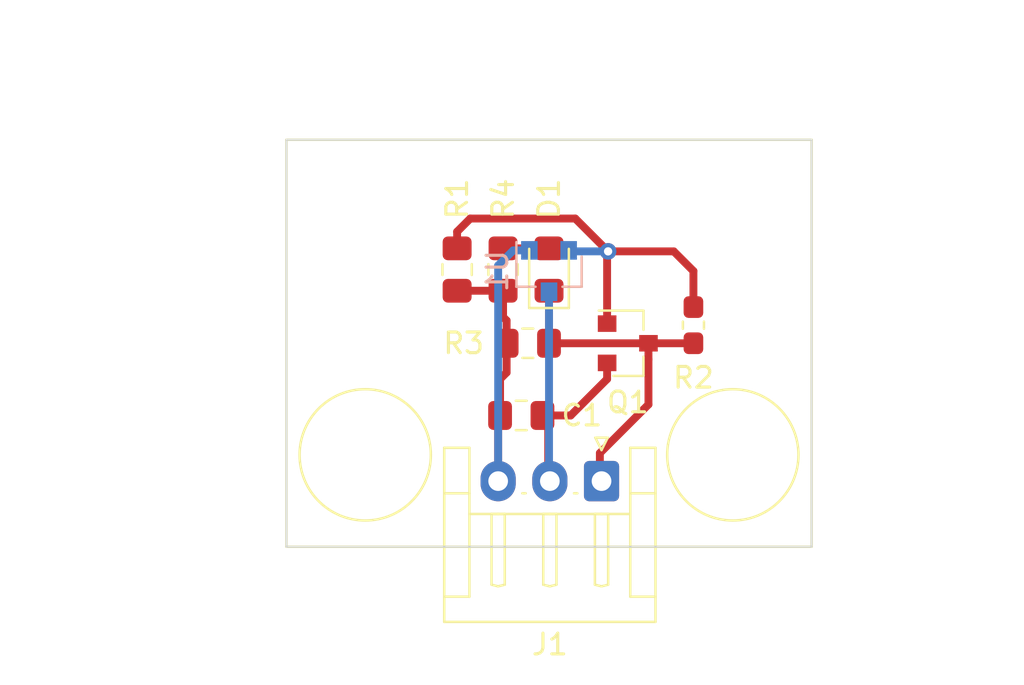
<source format=kicad_pcb>
(kicad_pcb (version 20171130) (host pcbnew "(5.1.4)-1")

  (general
    (thickness 1.6)
    (drawings 24)
    (tracks 39)
    (zones 0)
    (modules 11)
    (nets 6)
  )

  (page A4)
  (layers
    (0 F.Cu signal)
    (31 B.Cu signal)
    (32 B.Adhes user)
    (33 F.Adhes user)
    (34 B.Paste user)
    (35 F.Paste user)
    (36 B.SilkS user)
    (37 F.SilkS user)
    (38 B.Mask user)
    (39 F.Mask user)
    (40 Dwgs.User user)
    (41 Cmts.User user)
    (42 Eco1.User user)
    (43 Eco2.User user)
    (44 Edge.Cuts user)
    (45 Margin user)
    (46 B.CrtYd user)
    (47 F.CrtYd user)
    (48 B.Fab user hide)
    (49 F.Fab user hide)
  )

  (setup
    (last_trace_width 0.25)
    (user_trace_width 0.381)
    (trace_clearance 0.2)
    (zone_clearance 0.508)
    (zone_45_only no)
    (trace_min 0.2)
    (via_size 0.8)
    (via_drill 0.4)
    (via_min_size 0.4)
    (via_min_drill 0.3)
    (user_via 0.889 0.381)
    (uvia_size 0.3)
    (uvia_drill 0.1)
    (uvias_allowed no)
    (uvia_min_size 0.2)
    (uvia_min_drill 0.1)
    (edge_width 0.05)
    (segment_width 0.2)
    (pcb_text_width 0.3)
    (pcb_text_size 1.5 1.5)
    (mod_edge_width 0.12)
    (mod_text_size 1 1)
    (mod_text_width 0.15)
    (pad_size 1.524 1.524)
    (pad_drill 0.762)
    (pad_to_mask_clearance 0.051)
    (solder_mask_min_width 0.25)
    (aux_axis_origin 0 0)
    (grid_origin 133.35 63.5)
    (visible_elements 7FFFFFFF)
    (pcbplotparams
      (layerselection 0x010f0_ffffffff)
      (usegerberextensions false)
      (usegerberattributes false)
      (usegerberadvancedattributes false)
      (creategerberjobfile false)
      (excludeedgelayer true)
      (linewidth 0.100000)
      (plotframeref false)
      (viasonmask false)
      (mode 1)
      (useauxorigin false)
      (hpglpennumber 1)
      (hpglpenspeed 20)
      (hpglpendiameter 15.000000)
      (psnegative false)
      (psa4output false)
      (plotreference true)
      (plotvalue true)
      (plotinvisibletext false)
      (padsonsilk false)
      (subtractmaskfromsilk false)
      (outputformat 3)
      (mirror false)
      (drillshape 2)
      (scaleselection 1)
      (outputdirectory "./"))
  )

  (net 0 "")
  (net 1 GND)
  (net 2 +5V)
  (net 3 /Led+)
  (net 4 /Out)
  (net 5 /SensorOut)

  (net_class Default "This is the default net class."
    (clearance 0.2)
    (trace_width 0.25)
    (via_dia 0.8)
    (via_drill 0.4)
    (uvia_dia 0.3)
    (uvia_drill 0.1)
    (add_net +5V)
    (add_net /Led+)
    (add_net /Out)
    (add_net /SensorOut)
    (add_net GND)
  )

  (module Resistor_SMD:R_0603_1608Metric_Pad1.05x0.95mm_HandSolder (layer F.Cu) (tedit 5B301BBD) (tstamp 5DE4E80C)
    (at 153.035 52.7825 90)
    (descr "Resistor SMD 0603 (1608 Metric), square (rectangular) end terminal, IPC_7351 nominal with elongated pad for handsoldering. (Body size source: http://www.tortai-tech.com/upload/download/2011102023233369053.pdf), generated with kicad-footprint-generator")
    (tags "resistor handsolder")
    (path /5DE484AA)
    (attr smd)
    (fp_text reference R2 (at -2.54 0 180) (layer F.SilkS)
      (effects (font (size 1 1) (thickness 0.15)))
    )
    (fp_text value R (at 0 1.43 90) (layer F.Fab)
      (effects (font (size 1 1) (thickness 0.15)))
    )
    (fp_text user %R (at 0 0 90) (layer F.Fab)
      (effects (font (size 0.4 0.4) (thickness 0.06)))
    )
    (fp_line (start 1.65 0.73) (end -1.65 0.73) (layer F.CrtYd) (width 0.05))
    (fp_line (start 1.65 -0.73) (end 1.65 0.73) (layer F.CrtYd) (width 0.05))
    (fp_line (start -1.65 -0.73) (end 1.65 -0.73) (layer F.CrtYd) (width 0.05))
    (fp_line (start -1.65 0.73) (end -1.65 -0.73) (layer F.CrtYd) (width 0.05))
    (fp_line (start -0.171267 0.51) (end 0.171267 0.51) (layer F.SilkS) (width 0.12))
    (fp_line (start -0.171267 -0.51) (end 0.171267 -0.51) (layer F.SilkS) (width 0.12))
    (fp_line (start 0.8 0.4) (end -0.8 0.4) (layer F.Fab) (width 0.1))
    (fp_line (start 0.8 -0.4) (end 0.8 0.4) (layer F.Fab) (width 0.1))
    (fp_line (start -0.8 -0.4) (end 0.8 -0.4) (layer F.Fab) (width 0.1))
    (fp_line (start -0.8 0.4) (end -0.8 -0.4) (layer F.Fab) (width 0.1))
    (pad 2 smd roundrect (at 0.875 0 90) (size 1.05 0.95) (layers F.Cu F.Paste F.Mask) (roundrect_rratio 0.25)
      (net 5 /SensorOut))
    (pad 1 smd roundrect (at -0.875 0 90) (size 1.05 0.95) (layers F.Cu F.Paste F.Mask) (roundrect_rratio 0.25)
      (net 4 /Out))
    (model ${KISYS3DMOD}/Resistor_SMD.3dshapes/R_0603_1608Metric.wrl
      (at (xyz 0 0 0))
      (scale (xyz 1 1 1))
      (rotate (xyz 0 0 0))
    )
  )

  (module "0-MiscParts:MountingHole _1-8_1-4" (layer F.Cu) (tedit 5D5FAF04) (tstamp 5DE4F0B3)
    (at 154.94 59.055)
    (path /5DE64126)
    (fp_text reference H2 (at 0 2.032) (layer F.Fab)
      (effects (font (size 1 1) (thickness 0.15)))
    )
    (fp_text value MountingHole (at 0 -2.032) (layer F.Fab)
      (effects (font (size 1 1) (thickness 0.15)))
    )
    (fp_circle (center 0 0) (end 3.175 0) (layer F.SilkS) (width 0.12))
    (pad "" np_thru_hole circle (at 0 0) (size 3.175 3.175) (drill 3.175) (layers *.Cu *.Mask))
  )

  (module "0-MiscParts:MountingHole _1-8_1-4" (layer F.Cu) (tedit 5D5FAF04) (tstamp 5DE4F0AD)
    (at 137.16 59.055)
    (path /5DE63B03)
    (fp_text reference H1 (at 0 2.032) (layer F.Fab)
      (effects (font (size 1 1) (thickness 0.15)))
    )
    (fp_text value MountingHole (at 0 -2.032) (layer F.Fab)
      (effects (font (size 1 1) (thickness 0.15)))
    )
    (fp_circle (center 0 0) (end 3.175 0) (layer F.SilkS) (width 0.12))
    (pad "" np_thru_hole circle (at 0 0) (size 3.175 3.175) (drill 3.175) (layers *.Cu *.Mask))
  )

  (module Package_TO_SOT_SMD:SOT-23 (layer B.Cu) (tedit 5A02FF57) (tstamp 5DE4E40D)
    (at 146.05 50.165 270)
    (descr "SOT-23, Standard")
    (tags SOT-23)
    (path /5DE4B14E)
    (attr smd)
    (fp_text reference U1 (at 0 2.5 90) (layer B.SilkS)
      (effects (font (size 1 1) (thickness 0.15)) (justify mirror))
    )
    (fp_text value AH3572 (at 0 -2.5 90) (layer B.Fab)
      (effects (font (size 1 1) (thickness 0.15)) (justify mirror))
    )
    (fp_line (start 0.76 -1.58) (end -0.7 -1.58) (layer B.SilkS) (width 0.12))
    (fp_line (start 0.76 1.58) (end -1.4 1.58) (layer B.SilkS) (width 0.12))
    (fp_line (start -1.7 -1.75) (end -1.7 1.75) (layer B.CrtYd) (width 0.05))
    (fp_line (start 1.7 -1.75) (end -1.7 -1.75) (layer B.CrtYd) (width 0.05))
    (fp_line (start 1.7 1.75) (end 1.7 -1.75) (layer B.CrtYd) (width 0.05))
    (fp_line (start -1.7 1.75) (end 1.7 1.75) (layer B.CrtYd) (width 0.05))
    (fp_line (start 0.76 1.58) (end 0.76 0.65) (layer B.SilkS) (width 0.12))
    (fp_line (start 0.76 -1.58) (end 0.76 -0.65) (layer B.SilkS) (width 0.12))
    (fp_line (start -0.7 -1.52) (end 0.7 -1.52) (layer B.Fab) (width 0.1))
    (fp_line (start 0.7 1.52) (end 0.7 -1.52) (layer B.Fab) (width 0.1))
    (fp_line (start -0.7 0.95) (end -0.15 1.52) (layer B.Fab) (width 0.1))
    (fp_line (start -0.15 1.52) (end 0.7 1.52) (layer B.Fab) (width 0.1))
    (fp_line (start -0.7 0.95) (end -0.7 -1.5) (layer B.Fab) (width 0.1))
    (fp_text user %R (at 0 0 180) (layer B.Fab)
      (effects (font (size 0.5 0.5) (thickness 0.075)) (justify mirror))
    )
    (pad 3 smd rect (at 1 0 270) (size 0.9 0.8) (layers B.Cu B.Paste B.Mask)
      (net 1 GND))
    (pad 2 smd rect (at -1 -0.95 270) (size 0.9 0.8) (layers B.Cu B.Paste B.Mask)
      (net 5 /SensorOut))
    (pad 1 smd rect (at -1 0.95 270) (size 0.9 0.8) (layers B.Cu B.Paste B.Mask)
      (net 2 +5V))
    (model ${KISYS3DMOD}/Package_TO_SOT_SMD.3dshapes/SOT-23.wrl
      (at (xyz 0 0 0))
      (scale (xyz 1 1 1))
      (rotate (xyz 0 0 0))
    )
  )

  (module Resistor_SMD:R_0805_2012Metric_Pad1.15x1.40mm_HandSolder (layer F.Cu) (tedit 5B36C52B) (tstamp 5DE4E7DC)
    (at 143.8275 50.0925 90)
    (descr "Resistor SMD 0805 (2012 Metric), square (rectangular) end terminal, IPC_7351 nominal with elongated pad for handsoldering. (Body size source: https://docs.google.com/spreadsheets/d/1BsfQQcO9C6DZCsRaXUlFlo91Tg2WpOkGARC1WS5S8t0/edit?usp=sharing), generated with kicad-footprint-generator")
    (tags "resistor handsolder")
    (path /5DE48C74)
    (attr smd)
    (fp_text reference R4 (at 3.42 0 90) (layer F.SilkS)
      (effects (font (size 1 1) (thickness 0.15)))
    )
    (fp_text value 5.1k (at 0 1.65 90) (layer F.Fab)
      (effects (font (size 1 1) (thickness 0.15)))
    )
    (fp_text user %R (at 0 0 90) (layer F.Fab)
      (effects (font (size 0.5 0.5) (thickness 0.08)))
    )
    (fp_line (start 1.85 0.95) (end -1.85 0.95) (layer F.CrtYd) (width 0.05))
    (fp_line (start 1.85 -0.95) (end 1.85 0.95) (layer F.CrtYd) (width 0.05))
    (fp_line (start -1.85 -0.95) (end 1.85 -0.95) (layer F.CrtYd) (width 0.05))
    (fp_line (start -1.85 0.95) (end -1.85 -0.95) (layer F.CrtYd) (width 0.05))
    (fp_line (start -0.261252 0.71) (end 0.261252 0.71) (layer F.SilkS) (width 0.12))
    (fp_line (start -0.261252 -0.71) (end 0.261252 -0.71) (layer F.SilkS) (width 0.12))
    (fp_line (start 1 0.6) (end -1 0.6) (layer F.Fab) (width 0.1))
    (fp_line (start 1 -0.6) (end 1 0.6) (layer F.Fab) (width 0.1))
    (fp_line (start -1 -0.6) (end 1 -0.6) (layer F.Fab) (width 0.1))
    (fp_line (start -1 0.6) (end -1 -0.6) (layer F.Fab) (width 0.1))
    (pad 2 smd roundrect (at 1.025 0 90) (size 1.15 1.4) (layers F.Cu F.Paste F.Mask) (roundrect_rratio 0.217391)
      (net 3 /Led+))
    (pad 1 smd roundrect (at -1.025 0 90) (size 1.15 1.4) (layers F.Cu F.Paste F.Mask) (roundrect_rratio 0.217391)
      (net 2 +5V))
    (model ${KISYS3DMOD}/Resistor_SMD.3dshapes/R_0805_2012Metric.wrl
      (at (xyz 0 0 0))
      (scale (xyz 1 1 1))
      (rotate (xyz 0 0 0))
    )
  )

  (module Resistor_SMD:R_0805_2012Metric_Pad1.15x1.40mm_HandSolder (layer F.Cu) (tedit 5B36C52B) (tstamp 5DE4E86C)
    (at 145.025 53.6575)
    (descr "Resistor SMD 0805 (2012 Metric), square (rectangular) end terminal, IPC_7351 nominal with elongated pad for handsoldering. (Body size source: https://docs.google.com/spreadsheets/d/1BsfQQcO9C6DZCsRaXUlFlo91Tg2WpOkGARC1WS5S8t0/edit?usp=sharing), generated with kicad-footprint-generator")
    (tags "resistor handsolder")
    (path /5DE487CF)
    (attr smd)
    (fp_text reference R3 (at -3.1025 0) (layer F.SilkS)
      (effects (font (size 1 1) (thickness 0.15)))
    )
    (fp_text value 10k (at 0 1.65) (layer F.Fab)
      (effects (font (size 1 1) (thickness 0.15)))
    )
    (fp_text user %R (at 0 0) (layer F.Fab)
      (effects (font (size 0.5 0.5) (thickness 0.08)))
    )
    (fp_line (start 1.85 0.95) (end -1.85 0.95) (layer F.CrtYd) (width 0.05))
    (fp_line (start 1.85 -0.95) (end 1.85 0.95) (layer F.CrtYd) (width 0.05))
    (fp_line (start -1.85 -0.95) (end 1.85 -0.95) (layer F.CrtYd) (width 0.05))
    (fp_line (start -1.85 0.95) (end -1.85 -0.95) (layer F.CrtYd) (width 0.05))
    (fp_line (start -0.261252 0.71) (end 0.261252 0.71) (layer F.SilkS) (width 0.12))
    (fp_line (start -0.261252 -0.71) (end 0.261252 -0.71) (layer F.SilkS) (width 0.12))
    (fp_line (start 1 0.6) (end -1 0.6) (layer F.Fab) (width 0.1))
    (fp_line (start 1 -0.6) (end 1 0.6) (layer F.Fab) (width 0.1))
    (fp_line (start -1 -0.6) (end 1 -0.6) (layer F.Fab) (width 0.1))
    (fp_line (start -1 0.6) (end -1 -0.6) (layer F.Fab) (width 0.1))
    (pad 2 smd roundrect (at 1.025 0) (size 1.15 1.4) (layers F.Cu F.Paste F.Mask) (roundrect_rratio 0.217391)
      (net 4 /Out))
    (pad 1 smd roundrect (at -1.025 0) (size 1.15 1.4) (layers F.Cu F.Paste F.Mask) (roundrect_rratio 0.217391)
      (net 2 +5V))
    (model ${KISYS3DMOD}/Resistor_SMD.3dshapes/R_0805_2012Metric.wrl
      (at (xyz 0 0 0))
      (scale (xyz 1 1 1))
      (rotate (xyz 0 0 0))
    )
  )

  (module Resistor_SMD:R_0805_2012Metric_Pad1.15x1.40mm_HandSolder (layer F.Cu) (tedit 5B36C52B) (tstamp 5DE4E8F9)
    (at 141.605 50.0925 90)
    (descr "Resistor SMD 0805 (2012 Metric), square (rectangular) end terminal, IPC_7351 nominal with elongated pad for handsoldering. (Body size source: https://docs.google.com/spreadsheets/d/1BsfQQcO9C6DZCsRaXUlFlo91Tg2WpOkGARC1WS5S8t0/edit?usp=sharing), generated with kicad-footprint-generator")
    (tags "resistor handsolder")
    (path /5DE49315)
    (attr smd)
    (fp_text reference R1 (at 3.42 0 90) (layer F.SilkS)
      (effects (font (size 1 1) (thickness 0.15)))
    )
    (fp_text value 4.7k (at 0 1.65 90) (layer F.Fab)
      (effects (font (size 1 1) (thickness 0.15)))
    )
    (fp_text user %R (at 0 0 90) (layer F.Fab)
      (effects (font (size 0.5 0.5) (thickness 0.08)))
    )
    (fp_line (start 1.85 0.95) (end -1.85 0.95) (layer F.CrtYd) (width 0.05))
    (fp_line (start 1.85 -0.95) (end 1.85 0.95) (layer F.CrtYd) (width 0.05))
    (fp_line (start -1.85 -0.95) (end 1.85 -0.95) (layer F.CrtYd) (width 0.05))
    (fp_line (start -1.85 0.95) (end -1.85 -0.95) (layer F.CrtYd) (width 0.05))
    (fp_line (start -0.261252 0.71) (end 0.261252 0.71) (layer F.SilkS) (width 0.12))
    (fp_line (start -0.261252 -0.71) (end 0.261252 -0.71) (layer F.SilkS) (width 0.12))
    (fp_line (start 1 0.6) (end -1 0.6) (layer F.Fab) (width 0.1))
    (fp_line (start 1 -0.6) (end 1 0.6) (layer F.Fab) (width 0.1))
    (fp_line (start -1 -0.6) (end 1 -0.6) (layer F.Fab) (width 0.1))
    (fp_line (start -1 0.6) (end -1 -0.6) (layer F.Fab) (width 0.1))
    (pad 2 smd roundrect (at 1.025 0 90) (size 1.15 1.4) (layers F.Cu F.Paste F.Mask) (roundrect_rratio 0.217391)
      (net 5 /SensorOut))
    (pad 1 smd roundrect (at -1.025 0 90) (size 1.15 1.4) (layers F.Cu F.Paste F.Mask) (roundrect_rratio 0.217391)
      (net 2 +5V))
    (model ${KISYS3DMOD}/Resistor_SMD.3dshapes/R_0805_2012Metric.wrl
      (at (xyz 0 0 0))
      (scale (xyz 1 1 1))
      (rotate (xyz 0 0 0))
    )
  )

  (module Package_TO_SOT_SMD:SOT-23 (layer F.Cu) (tedit 5A02FF57) (tstamp 5DE4E8A0)
    (at 149.86 53.6575)
    (descr "SOT-23, Standard")
    (tags SOT-23)
    (path /5DE47943)
    (attr smd)
    (fp_text reference Q1 (at 0 2.8575) (layer F.SilkS)
      (effects (font (size 1 1) (thickness 0.15)))
    )
    (fp_text value Q_NMOS_GSD (at 0 2.5) (layer F.Fab)
      (effects (font (size 1 1) (thickness 0.15)))
    )
    (fp_line (start 0.76 1.58) (end -0.7 1.58) (layer F.SilkS) (width 0.12))
    (fp_line (start 0.76 -1.58) (end -1.4 -1.58) (layer F.SilkS) (width 0.12))
    (fp_line (start -1.7 1.75) (end -1.7 -1.75) (layer F.CrtYd) (width 0.05))
    (fp_line (start 1.7 1.75) (end -1.7 1.75) (layer F.CrtYd) (width 0.05))
    (fp_line (start 1.7 -1.75) (end 1.7 1.75) (layer F.CrtYd) (width 0.05))
    (fp_line (start -1.7 -1.75) (end 1.7 -1.75) (layer F.CrtYd) (width 0.05))
    (fp_line (start 0.76 -1.58) (end 0.76 -0.65) (layer F.SilkS) (width 0.12))
    (fp_line (start 0.76 1.58) (end 0.76 0.65) (layer F.SilkS) (width 0.12))
    (fp_line (start -0.7 1.52) (end 0.7 1.52) (layer F.Fab) (width 0.1))
    (fp_line (start 0.7 -1.52) (end 0.7 1.52) (layer F.Fab) (width 0.1))
    (fp_line (start -0.7 -0.95) (end -0.15 -1.52) (layer F.Fab) (width 0.1))
    (fp_line (start -0.15 -1.52) (end 0.7 -1.52) (layer F.Fab) (width 0.1))
    (fp_line (start -0.7 -0.95) (end -0.7 1.5) (layer F.Fab) (width 0.1))
    (fp_text user %R (at 0 0 90) (layer F.Fab)
      (effects (font (size 0.5 0.5) (thickness 0.075)))
    )
    (pad 3 smd rect (at 1 0) (size 0.9 0.8) (layers F.Cu F.Paste F.Mask)
      (net 4 /Out))
    (pad 2 smd rect (at -1 0.95) (size 0.9 0.8) (layers F.Cu F.Paste F.Mask)
      (net 1 GND))
    (pad 1 smd rect (at -1 -0.95) (size 0.9 0.8) (layers F.Cu F.Paste F.Mask)
      (net 5 /SensorOut))
    (model ${KISYS3DMOD}/Package_TO_SOT_SMD.3dshapes/SOT-23.wrl
      (at (xyz 0 0 0))
      (scale (xyz 1 1 1))
      (rotate (xyz 0 0 0))
    )
  )

  (module Connector_JST:JST_EH_S3B-EH_1x03_P2.50mm_Horizontal (layer F.Cu) (tedit 5C281425) (tstamp 5DE4E39F)
    (at 148.59 60.325 180)
    (descr "JST EH series connector, S3B-EH (http://www.jst-mfg.com/product/pdf/eng/eEH.pdf), generated with kicad-footprint-generator")
    (tags "connector JST EH horizontal")
    (path /5DE4A403)
    (fp_text reference J1 (at 2.5 -7.9) (layer F.SilkS)
      (effects (font (size 1 1) (thickness 0.15)))
    )
    (fp_text value Conn_01x03 (at 2.5 2.7) (layer F.Fab)
      (effects (font (size 1 1) (thickness 0.15)))
    )
    (fp_text user %R (at 2.5 -2.6) (layer F.Fab)
      (effects (font (size 1 1) (thickness 0.15)))
    )
    (fp_line (start 0 -1.407107) (end 0.5 -0.7) (layer F.Fab) (width 0.1))
    (fp_line (start -0.5 -0.7) (end 0 -1.407107) (layer F.Fab) (width 0.1))
    (fp_line (start 0.3 2.1) (end 0 1.5) (layer F.SilkS) (width 0.12))
    (fp_line (start -0.3 2.1) (end 0.3 2.1) (layer F.SilkS) (width 0.12))
    (fp_line (start 0 1.5) (end -0.3 2.1) (layer F.SilkS) (width 0.12))
    (fp_line (start 5.32 -1.59) (end 5 -1.59) (layer F.SilkS) (width 0.12))
    (fp_line (start 5.32 -5.01) (end 5.32 -1.59) (layer F.SilkS) (width 0.12))
    (fp_line (start 5 -5.09) (end 5.32 -5.01) (layer F.SilkS) (width 0.12))
    (fp_line (start 4.68 -5.01) (end 5 -5.09) (layer F.SilkS) (width 0.12))
    (fp_line (start 4.68 -1.59) (end 4.68 -5.01) (layer F.SilkS) (width 0.12))
    (fp_line (start 5 -1.59) (end 4.68 -1.59) (layer F.SilkS) (width 0.12))
    (fp_line (start 3.67 -0.59) (end 3.83 -0.59) (layer F.SilkS) (width 0.12))
    (fp_line (start 2.82 -1.59) (end 2.5 -1.59) (layer F.SilkS) (width 0.12))
    (fp_line (start 2.82 -5.01) (end 2.82 -1.59) (layer F.SilkS) (width 0.12))
    (fp_line (start 2.5 -5.09) (end 2.82 -5.01) (layer F.SilkS) (width 0.12))
    (fp_line (start 2.18 -5.01) (end 2.5 -5.09) (layer F.SilkS) (width 0.12))
    (fp_line (start 2.18 -1.59) (end 2.18 -5.01) (layer F.SilkS) (width 0.12))
    (fp_line (start 2.5 -1.59) (end 2.18 -1.59) (layer F.SilkS) (width 0.12))
    (fp_line (start 1.17 -0.59) (end 1.33 -0.59) (layer F.SilkS) (width 0.12))
    (fp_line (start 0.32 -1.59) (end 0 -1.59) (layer F.SilkS) (width 0.12))
    (fp_line (start 0.32 -5.01) (end 0.32 -1.59) (layer F.SilkS) (width 0.12))
    (fp_line (start 0 -5.09) (end 0.32 -5.01) (layer F.SilkS) (width 0.12))
    (fp_line (start -0.32 -5.01) (end 0 -5.09) (layer F.SilkS) (width 0.12))
    (fp_line (start -0.32 -1.59) (end -0.32 -5.01) (layer F.SilkS) (width 0.12))
    (fp_line (start 0 -1.59) (end -0.32 -1.59) (layer F.SilkS) (width 0.12))
    (fp_line (start -1.39 -1.59) (end 6.39 -1.59) (layer F.SilkS) (width 0.12))
    (fp_line (start 6.39 -0.59) (end 7.61 -0.59) (layer F.SilkS) (width 0.12))
    (fp_line (start 6.39 -5.59) (end 6.39 -0.59) (layer F.SilkS) (width 0.12))
    (fp_line (start 7.61 -5.59) (end 6.39 -5.59) (layer F.SilkS) (width 0.12))
    (fp_line (start -1.39 -0.59) (end -2.61 -0.59) (layer F.SilkS) (width 0.12))
    (fp_line (start -1.39 -5.59) (end -1.39 -0.59) (layer F.SilkS) (width 0.12))
    (fp_line (start -2.61 -5.59) (end -1.39 -5.59) (layer F.SilkS) (width 0.12))
    (fp_line (start 6.39 1.61) (end 6.39 -0.59) (layer F.SilkS) (width 0.12))
    (fp_line (start 7.61 1.61) (end 6.39 1.61) (layer F.SilkS) (width 0.12))
    (fp_line (start 7.61 -6.81) (end 7.61 1.61) (layer F.SilkS) (width 0.12))
    (fp_line (start -2.61 -6.81) (end 7.61 -6.81) (layer F.SilkS) (width 0.12))
    (fp_line (start -2.61 1.61) (end -2.61 -6.81) (layer F.SilkS) (width 0.12))
    (fp_line (start -1.39 1.61) (end -2.61 1.61) (layer F.SilkS) (width 0.12))
    (fp_line (start -1.39 -0.59) (end -1.39 1.61) (layer F.SilkS) (width 0.12))
    (fp_line (start 8 -7.2) (end -3 -7.2) (layer F.CrtYd) (width 0.05))
    (fp_line (start 8 2) (end 8 -7.2) (layer F.CrtYd) (width 0.05))
    (fp_line (start -3 2) (end 8 2) (layer F.CrtYd) (width 0.05))
    (fp_line (start -3 -7.2) (end -3 2) (layer F.CrtYd) (width 0.05))
    (fp_line (start 6.5 -0.7) (end -1.5 -0.7) (layer F.Fab) (width 0.1))
    (fp_line (start 6.5 1.5) (end 6.5 -0.7) (layer F.Fab) (width 0.1))
    (fp_line (start 7.5 1.5) (end 6.5 1.5) (layer F.Fab) (width 0.1))
    (fp_line (start 7.5 -6.7) (end 7.5 1.5) (layer F.Fab) (width 0.1))
    (fp_line (start -2.5 -6.7) (end 7.5 -6.7) (layer F.Fab) (width 0.1))
    (fp_line (start -2.5 1.5) (end -2.5 -6.7) (layer F.Fab) (width 0.1))
    (fp_line (start -1.5 1.5) (end -2.5 1.5) (layer F.Fab) (width 0.1))
    (fp_line (start -1.5 -0.7) (end -1.5 1.5) (layer F.Fab) (width 0.1))
    (pad 3 thru_hole oval (at 5 0 180) (size 1.7 1.95) (drill 0.95) (layers *.Cu *.Mask)
      (net 2 +5V))
    (pad 2 thru_hole oval (at 2.5 0 180) (size 1.7 1.95) (drill 0.95) (layers *.Cu *.Mask)
      (net 1 GND))
    (pad 1 thru_hole roundrect (at 0 0 180) (size 1.7 1.95) (drill 0.95) (layers *.Cu *.Mask) (roundrect_rratio 0.147059)
      (net 4 /Out))
    (model ${KISYS3DMOD}/Connector_JST.3dshapes/JST_EH_S3B-EH_1x03_P2.50mm_Horizontal.wrl
      (at (xyz 0 0 0))
      (scale (xyz 1 1 1))
      (rotate (xyz 0 0 0))
    )
  )

  (module LED_SMD:LED_0805_2012Metric_Pad1.15x1.40mm_HandSolder (layer F.Cu) (tedit 5B4B45C9) (tstamp 5DE4E364)
    (at 146.05 50.0925 90)
    (descr "LED SMD 0805 (2012 Metric), square (rectangular) end terminal, IPC_7351 nominal, (Body size source: https://docs.google.com/spreadsheets/d/1BsfQQcO9C6DZCsRaXUlFlo91Tg2WpOkGARC1WS5S8t0/edit?usp=sharing), generated with kicad-footprint-generator")
    (tags "LED handsolder")
    (path /5DE4975F)
    (attr smd)
    (fp_text reference D1 (at 3.42 0 90) (layer F.SilkS)
      (effects (font (size 1 1) (thickness 0.15)))
    )
    (fp_text value LED (at 0 1.65 90) (layer F.Fab)
      (effects (font (size 1 1) (thickness 0.15)))
    )
    (fp_text user %R (at 0 0 90) (layer F.Fab)
      (effects (font (size 0.5 0.5) (thickness 0.08)))
    )
    (fp_line (start 1.85 0.95) (end -1.85 0.95) (layer F.CrtYd) (width 0.05))
    (fp_line (start 1.85 -0.95) (end 1.85 0.95) (layer F.CrtYd) (width 0.05))
    (fp_line (start -1.85 -0.95) (end 1.85 -0.95) (layer F.CrtYd) (width 0.05))
    (fp_line (start -1.85 0.95) (end -1.85 -0.95) (layer F.CrtYd) (width 0.05))
    (fp_line (start -1.86 0.96) (end 1 0.96) (layer F.SilkS) (width 0.12))
    (fp_line (start -1.86 -0.96) (end -1.86 0.96) (layer F.SilkS) (width 0.12))
    (fp_line (start 1 -0.96) (end -1.86 -0.96) (layer F.SilkS) (width 0.12))
    (fp_line (start 1 0.6) (end 1 -0.6) (layer F.Fab) (width 0.1))
    (fp_line (start -1 0.6) (end 1 0.6) (layer F.Fab) (width 0.1))
    (fp_line (start -1 -0.3) (end -1 0.6) (layer F.Fab) (width 0.1))
    (fp_line (start -0.7 -0.6) (end -1 -0.3) (layer F.Fab) (width 0.1))
    (fp_line (start 1 -0.6) (end -0.7 -0.6) (layer F.Fab) (width 0.1))
    (pad 2 smd roundrect (at 1.025 0 90) (size 1.15 1.4) (layers F.Cu F.Paste F.Mask) (roundrect_rratio 0.217391)
      (net 3 /Led+))
    (pad 1 smd roundrect (at -1.025 0 90) (size 1.15 1.4) (layers F.Cu F.Paste F.Mask) (roundrect_rratio 0.217391)
      (net 4 /Out))
    (model ${KISYS3DMOD}/LED_SMD.3dshapes/LED_0805_2012Metric.wrl
      (at (xyz 0 0 0))
      (scale (xyz 1 1 1))
      (rotate (xyz 0 0 0))
    )
  )

  (module Capacitor_SMD:C_0805_2012Metric_Pad1.15x1.40mm_HandSolder (layer F.Cu) (tedit 5B36C52B) (tstamp 5DE4E7AC)
    (at 144.7075 57.15)
    (descr "Capacitor SMD 0805 (2012 Metric), square (rectangular) end terminal, IPC_7351 nominal with elongated pad for handsoldering. (Body size source: https://docs.google.com/spreadsheets/d/1BsfQQcO9C6DZCsRaXUlFlo91Tg2WpOkGARC1WS5S8t0/edit?usp=sharing), generated with kicad-footprint-generator")
    (tags "capacitor handsolder")
    (path /5DE480D5)
    (attr smd)
    (fp_text reference C1 (at 2.93 0) (layer F.SilkS)
      (effects (font (size 1 1) (thickness 0.15)))
    )
    (fp_text value .1uf (at 0 1.65) (layer F.Fab)
      (effects (font (size 1 1) (thickness 0.15)))
    )
    (fp_text user %R (at 0 0) (layer F.Fab)
      (effects (font (size 0.5 0.5) (thickness 0.08)))
    )
    (fp_line (start 1.85 0.95) (end -1.85 0.95) (layer F.CrtYd) (width 0.05))
    (fp_line (start 1.85 -0.95) (end 1.85 0.95) (layer F.CrtYd) (width 0.05))
    (fp_line (start -1.85 -0.95) (end 1.85 -0.95) (layer F.CrtYd) (width 0.05))
    (fp_line (start -1.85 0.95) (end -1.85 -0.95) (layer F.CrtYd) (width 0.05))
    (fp_line (start -0.261252 0.71) (end 0.261252 0.71) (layer F.SilkS) (width 0.12))
    (fp_line (start -0.261252 -0.71) (end 0.261252 -0.71) (layer F.SilkS) (width 0.12))
    (fp_line (start 1 0.6) (end -1 0.6) (layer F.Fab) (width 0.1))
    (fp_line (start 1 -0.6) (end 1 0.6) (layer F.Fab) (width 0.1))
    (fp_line (start -1 -0.6) (end 1 -0.6) (layer F.Fab) (width 0.1))
    (fp_line (start -1 0.6) (end -1 -0.6) (layer F.Fab) (width 0.1))
    (pad 2 smd roundrect (at 1.025 0) (size 1.15 1.4) (layers F.Cu F.Paste F.Mask) (roundrect_rratio 0.217391)
      (net 1 GND))
    (pad 1 smd roundrect (at -1.025 0) (size 1.15 1.4) (layers F.Cu F.Paste F.Mask) (roundrect_rratio 0.217391)
      (net 2 +5V))
    (model ${KISYS3DMOD}/Capacitor_SMD.3dshapes/C_0805_2012Metric.wrl
      (at (xyz 0 0 0))
      (scale (xyz 1 1 1))
      (rotate (xyz 0 0 0))
    )
  )

  (dimension 5.3975 (width 0.15) (layer Dwgs.User)
    (gr_text "0.2125 in" (at 161.955 56.35625 90) (layer Dwgs.User)
      (effects (font (size 1 1) (thickness 0.15)))
    )
    (feature1 (pts (xy 158.75 53.6575) (xy 161.241421 53.6575)))
    (feature2 (pts (xy 158.75 59.055) (xy 161.241421 59.055)))
    (crossbar (pts (xy 160.655 59.055) (xy 160.655 53.6575)))
    (arrow1a (pts (xy 160.655 53.6575) (xy 161.241421 54.784004)))
    (arrow1b (pts (xy 160.655 53.6575) (xy 160.068579 54.784004)))
    (arrow2a (pts (xy 160.655 59.055) (xy 161.241421 57.928496)))
    (arrow2b (pts (xy 160.655 59.055) (xy 160.068579 57.928496)))
  )
  (dimension 9.8425 (width 0.15) (layer Dwgs.User)
    (gr_text "0.3875 in" (at 164.495 58.57875 90) (layer Dwgs.User)
      (effects (font (size 1 1) (thickness 0.15)))
    )
    (feature1 (pts (xy 158.75 53.6575) (xy 163.781421 53.6575)))
    (feature2 (pts (xy 158.75 63.5) (xy 163.781421 63.5)))
    (crossbar (pts (xy 163.195 63.5) (xy 163.195 53.6575)))
    (arrow1a (pts (xy 163.195 53.6575) (xy 163.781421 54.784004)))
    (arrow1b (pts (xy 163.195 53.6575) (xy 162.608579 54.784004)))
    (arrow2a (pts (xy 163.195 63.5) (xy 163.781421 62.373496)))
    (arrow2b (pts (xy 163.195 63.5) (xy 162.608579 62.373496)))
  )
  (gr_line (start 158.75 53.6575) (end 155.956 53.6575) (layer Dwgs.User) (width 0.15))
  (dimension 15.24 (width 0.15) (layer Dwgs.User)
    (gr_text "0.6000 in" (at 126.335 51.435 90) (layer Dwgs.User)
      (effects (font (size 1 1) (thickness 0.15)))
    )
    (feature1 (pts (xy 133.35 43.815) (xy 127.048579 43.815)))
    (feature2 (pts (xy 133.35 59.055) (xy 127.048579 59.055)))
    (crossbar (pts (xy 127.635 59.055) (xy 127.635 43.815)))
    (arrow1a (pts (xy 127.635 43.815) (xy 128.221421 44.941504)))
    (arrow1b (pts (xy 127.635 43.815) (xy 127.048579 44.941504)))
    (arrow2a (pts (xy 127.635 59.055) (xy 128.221421 57.928496)))
    (arrow2b (pts (xy 127.635 59.055) (xy 127.048579 57.928496)))
  )
  (gr_line (start 133.35 63.5) (end 133.35 43.815) (layer Edge.Cuts) (width 0.1))
  (gr_line (start 158.75 63.5) (end 133.35 63.5) (layer Edge.Cuts) (width 0.1))
  (gr_line (start 158.75 43.815) (end 158.75 63.5) (layer Edge.Cuts) (width 0.1))
  (gr_line (start 133.35 43.815) (end 158.75 43.815) (layer Edge.Cuts) (width 0.1))
  (gr_line (start 154.94 57.15) (end 154.94 43.815) (layer Dwgs.User) (width 0.15))
  (dimension 8.89 (width 0.15) (layer Dwgs.User)
    (gr_text "0.3500 in" (at 150.495 40.2925) (layer Dwgs.User)
      (effects (font (size 1 1) (thickness 0.15)))
    )
    (feature1 (pts (xy 146.05 43.815) (xy 146.05 41.006079)))
    (feature2 (pts (xy 154.94 43.815) (xy 154.94 41.006079)))
    (crossbar (pts (xy 154.94 41.5925) (xy 146.05 41.5925)))
    (arrow1a (pts (xy 146.05 41.5925) (xy 147.176504 41.006079)))
    (arrow1b (pts (xy 146.05 41.5925) (xy 147.176504 42.178921)))
    (arrow2a (pts (xy 154.94 41.5925) (xy 153.813496 41.006079)))
    (arrow2b (pts (xy 154.94 41.5925) (xy 153.813496 42.178921)))
  )
  (dimension 9.017 (width 0.15) (layer Dwgs.User)
    (gr_text "0.3550 in" (at 130.145 54.5465 90) (layer Dwgs.User)
      (effects (font (size 1 1) (thickness 0.15)))
    )
    (feature1 (pts (xy 133.35 50.038) (xy 130.858579 50.038)))
    (feature2 (pts (xy 133.35 59.055) (xy 130.858579 59.055)))
    (crossbar (pts (xy 131.445 59.055) (xy 131.445 50.038)))
    (arrow1a (pts (xy 131.445 50.038) (xy 132.031421 51.164504)))
    (arrow1b (pts (xy 131.445 50.038) (xy 130.858579 51.164504)))
    (arrow2a (pts (xy 131.445 59.055) (xy 132.031421 57.928496)))
    (arrow2b (pts (xy 131.445 59.055) (xy 130.858579 57.928496)))
  )
  (dimension 12.7 (width 0.15) (layer Dwgs.User)
    (gr_text "0.5000 in" (at 139.7 40.2925) (layer Dwgs.User)
      (effects (font (size 1 1) (thickness 0.15)))
    )
    (feature1 (pts (xy 146.05 43.815) (xy 146.05 41.006079)))
    (feature2 (pts (xy 133.35 43.815) (xy 133.35 41.006079)))
    (crossbar (pts (xy 133.35 41.5925) (xy 146.05 41.5925)))
    (arrow1a (pts (xy 146.05 41.5925) (xy 144.923496 42.178921)))
    (arrow1b (pts (xy 146.05 41.5925) (xy 144.923496 41.006079)))
    (arrow2a (pts (xy 133.35 41.5925) (xy 134.476504 42.178921)))
    (arrow2b (pts (xy 133.35 41.5925) (xy 134.476504 41.006079)))
  )
  (dimension 25.4 (width 0.15) (layer Dwgs.User)
    (gr_text "1.0000 in" (at 146.05 37.7525) (layer Dwgs.User)
      (effects (font (size 1 1) (thickness 0.15)))
    )
    (feature1 (pts (xy 158.75 43.815) (xy 158.75 38.466079)))
    (feature2 (pts (xy 133.35 43.815) (xy 133.35 38.466079)))
    (crossbar (pts (xy 133.35 39.0525) (xy 158.75 39.0525)))
    (arrow1a (pts (xy 158.75 39.0525) (xy 157.623496 39.638921)))
    (arrow1b (pts (xy 158.75 39.0525) (xy 157.623496 38.466079)))
    (arrow2a (pts (xy 133.35 39.0525) (xy 134.476504 39.638921)))
    (arrow2b (pts (xy 133.35 39.0525) (xy 134.476504 38.466079)))
  )
  (dimension 17.78 (width 0.15) (layer Dwgs.User)
    (gr_text "0.7000 in" (at 146.05 70.8325) (layer Dwgs.User)
      (effects (font (size 1 1) (thickness 0.15)))
    )
    (feature1 (pts (xy 154.94 59.3725) (xy 154.94 70.118921)))
    (feature2 (pts (xy 137.16 59.3725) (xy 137.16 70.118921)))
    (crossbar (pts (xy 137.16 69.5325) (xy 154.94 69.5325)))
    (arrow1a (pts (xy 154.94 69.5325) (xy 153.813496 70.118921)))
    (arrow1b (pts (xy 154.94 69.5325) (xy 153.813496 68.946079)))
    (arrow2a (pts (xy 137.16 69.5325) (xy 138.286504 70.118921)))
    (arrow2b (pts (xy 137.16 69.5325) (xy 138.286504 68.946079)))
  )
  (dimension 3.81 (width 0.15) (layer Dwgs.User)
    (gr_text "0.1500 in" (at 135.255 67.34) (layer Dwgs.User)
      (effects (font (size 1 1) (thickness 0.15)))
    )
    (feature1 (pts (xy 133.35 63.5) (xy 133.35 66.626421)))
    (feature2 (pts (xy 137.16 63.5) (xy 137.16 66.626421)))
    (crossbar (pts (xy 137.16 66.04) (xy 133.35 66.04)))
    (arrow1a (pts (xy 133.35 66.04) (xy 134.476504 65.453579)))
    (arrow1b (pts (xy 133.35 66.04) (xy 134.476504 66.626421)))
    (arrow2a (pts (xy 137.16 66.04) (xy 136.033496 65.453579)))
    (arrow2b (pts (xy 137.16 66.04) (xy 136.033496 66.626421)))
  )
  (dimension 19.685 (width 0.12) (layer Dwgs.User)
    (gr_text "0.7750 in" (at 123.19 53.6575 90) (layer Dwgs.User)
      (effects (font (size 1 1) (thickness 0.15)))
    )
    (feature1 (pts (xy 133.35 43.815) (xy 123.873579 43.815)))
    (feature2 (pts (xy 133.35 63.5) (xy 123.873579 63.5)))
    (crossbar (pts (xy 124.46 63.5) (xy 124.46 43.815)))
    (arrow1a (pts (xy 124.46 43.815) (xy 125.046421 44.941504)))
    (arrow1b (pts (xy 124.46 43.815) (xy 123.873579 44.941504)))
    (arrow2a (pts (xy 124.46 63.5) (xy 125.046421 62.373496)))
    (arrow2b (pts (xy 124.46 63.5) (xy 123.873579 62.373496)))
  )
  (dimension 4.445 (width 0.12) (layer Dwgs.User)
    (gr_text "0.1750 in" (at 130.175 61.2775 90) (layer Dwgs.User)
      (effects (font (size 1 1) (thickness 0.15)))
    )
    (feature1 (pts (xy 133.35 59.055) (xy 130.858579 59.055)))
    (feature2 (pts (xy 133.35 63.5) (xy 130.858579 63.5)))
    (crossbar (pts (xy 131.445 63.5) (xy 131.445 59.055)))
    (arrow1a (pts (xy 131.445 59.055) (xy 132.031421 60.181504)))
    (arrow1b (pts (xy 131.445 59.055) (xy 130.858579 60.181504)))
    (arrow2a (pts (xy 131.445 63.5) (xy 132.031421 62.373496)))
    (arrow2b (pts (xy 131.445 63.5) (xy 130.858579 62.373496)))
  )
  (dimension 13.462 (width 0.15) (layer Dwgs.User)
    (gr_text "0.5300 in" (at 167.67 56.769 90) (layer Dwgs.User)
      (effects (font (size 1 1) (thickness 0.15)))
    )
    (feature1 (pts (xy 158.75 50.038) (xy 166.956421 50.038)))
    (feature2 (pts (xy 158.75 63.5) (xy 166.956421 63.5)))
    (crossbar (pts (xy 166.37 63.5) (xy 166.37 50.038)))
    (arrow1a (pts (xy 166.37 50.038) (xy 166.956421 51.164504)))
    (arrow1b (pts (xy 166.37 50.038) (xy 165.783579 51.164504)))
    (arrow2a (pts (xy 166.37 63.5) (xy 166.956421 62.373496)))
    (arrow2b (pts (xy 166.37 63.5) (xy 165.783579 62.373496)))
  )
  (gr_line (start 133.35 50.038) (end 158.75 50.038) (layer Dwgs.User) (width 0.15))
  (gr_line (start 146.05 43.815) (end 146.05 63.5) (layer Dwgs.User) (width 0.15))
  (gr_line (start 158.75 63.5) (end 133.35 63.5) (layer F.SilkS) (width 0.12) (tstamp 5DE4E797))
  (gr_line (start 158.75 43.815) (end 158.75 63.5) (layer F.SilkS) (width 0.12) (tstamp 5DE4E79A))
  (gr_line (start 133.35 43.815) (end 158.75 43.815) (layer F.SilkS) (width 0.12))
  (gr_line (start 133.35 63.5) (end 133.35 43.815) (layer F.SilkS) (width 0.12))

  (segment (start 146.01 57.4275) (end 145.7325 57.15) (width 0.381) (layer F.Cu) (net 1))
  (segment (start 146.01 60.325) (end 146.01 57.4275) (width 0.381) (layer F.Cu) (net 1))
  (segment (start 148.86 55.3885) (end 147.0985 57.15) (width 0.381) (layer F.Cu) (net 1))
  (segment (start 148.86 54.6075) (end 148.86 55.3885) (width 0.381) (layer F.Cu) (net 1))
  (segment (start 147.0985 57.15) (end 145.7325 57.15) (width 0.381) (layer F.Cu) (net 1))
  (segment (start 146.05 60.285) (end 146.01 60.325) (width 0.381) (layer B.Cu) (net 1))
  (segment (start 146.05 51.165) (end 146.05 60.285) (width 0.381) (layer B.Cu) (net 1))
  (segment (start 143.6825 57.15) (end 143.6825 55.39) (width 0.381) (layer F.Cu) (net 2))
  (segment (start 144 55.0725) (end 144 53.6575) (width 0.381) (layer F.Cu) (net 2))
  (segment (start 143.6825 55.39) (end 144 55.0725) (width 0.381) (layer F.Cu) (net 2))
  (segment (start 144 53.6575) (end 144 52.56) (width 0.381) (layer F.Cu) (net 2))
  (segment (start 143.8275 52.3875) (end 143.8275 51.1175) (width 0.381) (layer F.Cu) (net 2))
  (segment (start 144 52.56) (end 143.8275 52.3875) (width 0.381) (layer F.Cu) (net 2))
  (segment (start 141.605 51.1175) (end 143.8275 51.1175) (width 0.381) (layer F.Cu) (net 2))
  (segment (start 144.319 49.165) (end 145.1 49.165) (width 0.381) (layer B.Cu) (net 2))
  (segment (start 143.59 49.894) (end 144.319 49.165) (width 0.381) (layer B.Cu) (net 2))
  (segment (start 143.59 60.325) (end 143.59 49.894) (width 0.381) (layer B.Cu) (net 2))
  (segment (start 143.59 57.2425) (end 143.6825 57.15) (width 0.381) (layer F.Cu) (net 2))
  (segment (start 143.59 60.325) (end 143.59 57.2425) (width 0.381) (layer F.Cu) (net 2))
  (segment (start 143.8275 49.0675) (end 146.05 49.0675) (width 0.381) (layer F.Cu) (net 3))
  (segment (start 146.05 53.6575) (end 150.86 53.6575) (width 0.381) (layer F.Cu) (net 4))
  (segment (start 146.05 53.6575) (end 146.05 51.1175) (width 0.381) (layer F.Cu) (net 4))
  (segment (start 150.86 53.6575) (end 153.035 53.6575) (width 0.381) (layer F.Cu) (net 4))
  (segment (start 150.86 54.4385) (end 150.86 53.6575) (width 0.381) (layer F.Cu) (net 4))
  (segment (start 150.86 56.619) (end 150.86 54.4385) (width 0.381) (layer F.Cu) (net 4))
  (segment (start 148.51 58.969) (end 150.86 56.619) (width 0.381) (layer F.Cu) (net 4))
  (segment (start 148.51 60.325) (end 148.51 58.969) (width 0.381) (layer F.Cu) (net 4))
  (via (at 148.9075 49.2125) (size 0.8) (drill 0.4) (layers F.Cu B.Cu) (net 5))
  (segment (start 148.86 49.26) (end 148.9075 49.2125) (width 0.381) (layer F.Cu) (net 5))
  (segment (start 148.86 52.7075) (end 148.86 49.26) (width 0.381) (layer F.Cu) (net 5))
  (segment (start 148.9075 49.2125) (end 152.0825 49.2125) (width 0.381) (layer F.Cu) (net 5))
  (segment (start 153.035 50.165) (end 153.035 51.9075) (width 0.381) (layer F.Cu) (net 5))
  (segment (start 152.0825 49.2125) (end 153.035 50.165) (width 0.381) (layer F.Cu) (net 5))
  (segment (start 147.0475 49.2125) (end 147 49.165) (width 0.381) (layer B.Cu) (net 5))
  (segment (start 148.9075 49.2125) (end 147.0475 49.2125) (width 0.381) (layer B.Cu) (net 5))
  (segment (start 147.32 47.625) (end 148.9075 49.2125) (width 0.381) (layer F.Cu) (net 5))
  (segment (start 142.24 47.625) (end 147.32 47.625) (width 0.381) (layer F.Cu) (net 5))
  (segment (start 141.605 49.0675) (end 141.605 48.26) (width 0.381) (layer F.Cu) (net 5))
  (segment (start 141.605 48.26) (end 142.24 47.625) (width 0.381) (layer F.Cu) (net 5))

)

</source>
